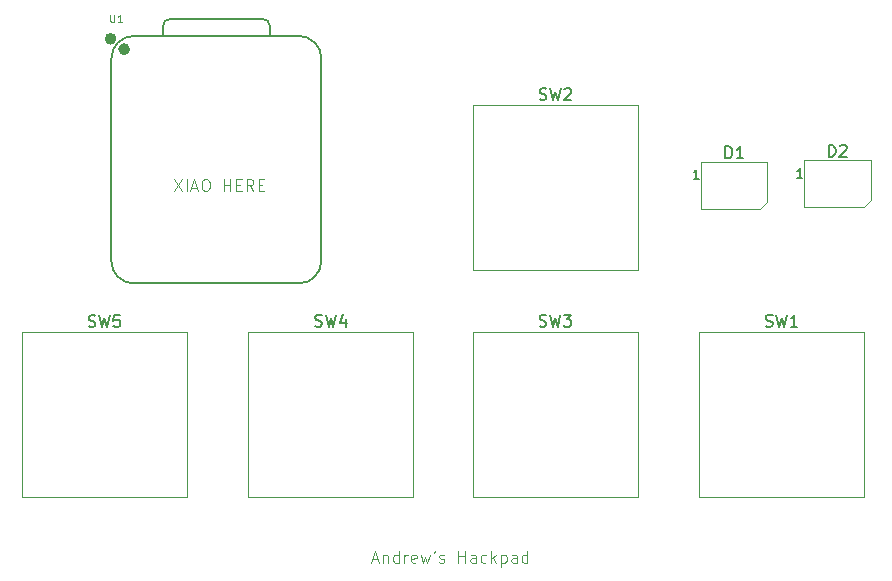
<source format=gbr>
%TF.GenerationSoftware,KiCad,Pcbnew,9.0.2*%
%TF.CreationDate,2025-06-20T17:03:44-04:00*%
%TF.ProjectId,HackPad,4861636b-5061-4642-9e6b-696361645f70,rev?*%
%TF.SameCoordinates,Original*%
%TF.FileFunction,Legend,Top*%
%TF.FilePolarity,Positive*%
%FSLAX46Y46*%
G04 Gerber Fmt 4.6, Leading zero omitted, Abs format (unit mm)*
G04 Created by KiCad (PCBNEW 9.0.2) date 2025-06-20 17:03:44*
%MOMM*%
%LPD*%
G01*
G04 APERTURE LIST*
%ADD10C,0.100000*%
%ADD11C,0.150000*%
%ADD12C,0.101600*%
%ADD13C,0.120000*%
%ADD14C,0.127000*%
%ADD15C,0.504000*%
G04 APERTURE END LIST*
D10*
X205183646Y-81172419D02*
X205850312Y-82172419D01*
X205850312Y-81172419D02*
X205183646Y-82172419D01*
X206231265Y-82172419D02*
X206231265Y-81172419D01*
X206659836Y-81886704D02*
X207136026Y-81886704D01*
X206564598Y-82172419D02*
X206897931Y-81172419D01*
X206897931Y-81172419D02*
X207231264Y-82172419D01*
X207755074Y-81172419D02*
X207945550Y-81172419D01*
X207945550Y-81172419D02*
X208040788Y-81220038D01*
X208040788Y-81220038D02*
X208136026Y-81315276D01*
X208136026Y-81315276D02*
X208183645Y-81505752D01*
X208183645Y-81505752D02*
X208183645Y-81839085D01*
X208183645Y-81839085D02*
X208136026Y-82029561D01*
X208136026Y-82029561D02*
X208040788Y-82124800D01*
X208040788Y-82124800D02*
X207945550Y-82172419D01*
X207945550Y-82172419D02*
X207755074Y-82172419D01*
X207755074Y-82172419D02*
X207659836Y-82124800D01*
X207659836Y-82124800D02*
X207564598Y-82029561D01*
X207564598Y-82029561D02*
X207516979Y-81839085D01*
X207516979Y-81839085D02*
X207516979Y-81505752D01*
X207516979Y-81505752D02*
X207564598Y-81315276D01*
X207564598Y-81315276D02*
X207659836Y-81220038D01*
X207659836Y-81220038D02*
X207755074Y-81172419D01*
X209374122Y-82172419D02*
X209374122Y-81172419D01*
X209374122Y-81648609D02*
X209945550Y-81648609D01*
X209945550Y-82172419D02*
X209945550Y-81172419D01*
X210421741Y-81648609D02*
X210755074Y-81648609D01*
X210897931Y-82172419D02*
X210421741Y-82172419D01*
X210421741Y-82172419D02*
X210421741Y-81172419D01*
X210421741Y-81172419D02*
X210897931Y-81172419D01*
X211897931Y-82172419D02*
X211564598Y-81696228D01*
X211326503Y-82172419D02*
X211326503Y-81172419D01*
X211326503Y-81172419D02*
X211707455Y-81172419D01*
X211707455Y-81172419D02*
X211802693Y-81220038D01*
X211802693Y-81220038D02*
X211850312Y-81267657D01*
X211850312Y-81267657D02*
X211897931Y-81362895D01*
X211897931Y-81362895D02*
X211897931Y-81505752D01*
X211897931Y-81505752D02*
X211850312Y-81600990D01*
X211850312Y-81600990D02*
X211802693Y-81648609D01*
X211802693Y-81648609D02*
X211707455Y-81696228D01*
X211707455Y-81696228D02*
X211326503Y-81696228D01*
X212326503Y-81648609D02*
X212659836Y-81648609D01*
X212802693Y-82172419D02*
X212326503Y-82172419D01*
X212326503Y-82172419D02*
X212326503Y-81172419D01*
X212326503Y-81172419D02*
X212802693Y-81172419D01*
X221956265Y-113361704D02*
X222432455Y-113361704D01*
X221861027Y-113647419D02*
X222194360Y-112647419D01*
X222194360Y-112647419D02*
X222527693Y-113647419D01*
X222861027Y-112980752D02*
X222861027Y-113647419D01*
X222861027Y-113075990D02*
X222908646Y-113028371D01*
X222908646Y-113028371D02*
X223003884Y-112980752D01*
X223003884Y-112980752D02*
X223146741Y-112980752D01*
X223146741Y-112980752D02*
X223241979Y-113028371D01*
X223241979Y-113028371D02*
X223289598Y-113123609D01*
X223289598Y-113123609D02*
X223289598Y-113647419D01*
X224194360Y-113647419D02*
X224194360Y-112647419D01*
X224194360Y-113599800D02*
X224099122Y-113647419D01*
X224099122Y-113647419D02*
X223908646Y-113647419D01*
X223908646Y-113647419D02*
X223813408Y-113599800D01*
X223813408Y-113599800D02*
X223765789Y-113552180D01*
X223765789Y-113552180D02*
X223718170Y-113456942D01*
X223718170Y-113456942D02*
X223718170Y-113171228D01*
X223718170Y-113171228D02*
X223765789Y-113075990D01*
X223765789Y-113075990D02*
X223813408Y-113028371D01*
X223813408Y-113028371D02*
X223908646Y-112980752D01*
X223908646Y-112980752D02*
X224099122Y-112980752D01*
X224099122Y-112980752D02*
X224194360Y-113028371D01*
X224670551Y-113647419D02*
X224670551Y-112980752D01*
X224670551Y-113171228D02*
X224718170Y-113075990D01*
X224718170Y-113075990D02*
X224765789Y-113028371D01*
X224765789Y-113028371D02*
X224861027Y-112980752D01*
X224861027Y-112980752D02*
X224956265Y-112980752D01*
X225670551Y-113599800D02*
X225575313Y-113647419D01*
X225575313Y-113647419D02*
X225384837Y-113647419D01*
X225384837Y-113647419D02*
X225289599Y-113599800D01*
X225289599Y-113599800D02*
X225241980Y-113504561D01*
X225241980Y-113504561D02*
X225241980Y-113123609D01*
X225241980Y-113123609D02*
X225289599Y-113028371D01*
X225289599Y-113028371D02*
X225384837Y-112980752D01*
X225384837Y-112980752D02*
X225575313Y-112980752D01*
X225575313Y-112980752D02*
X225670551Y-113028371D01*
X225670551Y-113028371D02*
X225718170Y-113123609D01*
X225718170Y-113123609D02*
X225718170Y-113218847D01*
X225718170Y-113218847D02*
X225241980Y-113314085D01*
X226051504Y-112980752D02*
X226241980Y-113647419D01*
X226241980Y-113647419D02*
X226432456Y-113171228D01*
X226432456Y-113171228D02*
X226622932Y-113647419D01*
X226622932Y-113647419D02*
X226813408Y-112980752D01*
X227241980Y-112647419D02*
X227146742Y-112837895D01*
X227622932Y-113599800D02*
X227718170Y-113647419D01*
X227718170Y-113647419D02*
X227908646Y-113647419D01*
X227908646Y-113647419D02*
X228003884Y-113599800D01*
X228003884Y-113599800D02*
X228051503Y-113504561D01*
X228051503Y-113504561D02*
X228051503Y-113456942D01*
X228051503Y-113456942D02*
X228003884Y-113361704D01*
X228003884Y-113361704D02*
X227908646Y-113314085D01*
X227908646Y-113314085D02*
X227765789Y-113314085D01*
X227765789Y-113314085D02*
X227670551Y-113266466D01*
X227670551Y-113266466D02*
X227622932Y-113171228D01*
X227622932Y-113171228D02*
X227622932Y-113123609D01*
X227622932Y-113123609D02*
X227670551Y-113028371D01*
X227670551Y-113028371D02*
X227765789Y-112980752D01*
X227765789Y-112980752D02*
X227908646Y-112980752D01*
X227908646Y-112980752D02*
X228003884Y-113028371D01*
X229241980Y-113647419D02*
X229241980Y-112647419D01*
X229241980Y-113123609D02*
X229813408Y-113123609D01*
X229813408Y-113647419D02*
X229813408Y-112647419D01*
X230718170Y-113647419D02*
X230718170Y-113123609D01*
X230718170Y-113123609D02*
X230670551Y-113028371D01*
X230670551Y-113028371D02*
X230575313Y-112980752D01*
X230575313Y-112980752D02*
X230384837Y-112980752D01*
X230384837Y-112980752D02*
X230289599Y-113028371D01*
X230718170Y-113599800D02*
X230622932Y-113647419D01*
X230622932Y-113647419D02*
X230384837Y-113647419D01*
X230384837Y-113647419D02*
X230289599Y-113599800D01*
X230289599Y-113599800D02*
X230241980Y-113504561D01*
X230241980Y-113504561D02*
X230241980Y-113409323D01*
X230241980Y-113409323D02*
X230289599Y-113314085D01*
X230289599Y-113314085D02*
X230384837Y-113266466D01*
X230384837Y-113266466D02*
X230622932Y-113266466D01*
X230622932Y-113266466D02*
X230718170Y-113218847D01*
X231622932Y-113599800D02*
X231527694Y-113647419D01*
X231527694Y-113647419D02*
X231337218Y-113647419D01*
X231337218Y-113647419D02*
X231241980Y-113599800D01*
X231241980Y-113599800D02*
X231194361Y-113552180D01*
X231194361Y-113552180D02*
X231146742Y-113456942D01*
X231146742Y-113456942D02*
X231146742Y-113171228D01*
X231146742Y-113171228D02*
X231194361Y-113075990D01*
X231194361Y-113075990D02*
X231241980Y-113028371D01*
X231241980Y-113028371D02*
X231337218Y-112980752D01*
X231337218Y-112980752D02*
X231527694Y-112980752D01*
X231527694Y-112980752D02*
X231622932Y-113028371D01*
X232051504Y-113647419D02*
X232051504Y-112647419D01*
X232146742Y-113266466D02*
X232432456Y-113647419D01*
X232432456Y-112980752D02*
X232051504Y-113361704D01*
X232861028Y-112980752D02*
X232861028Y-113980752D01*
X232861028Y-113028371D02*
X232956266Y-112980752D01*
X232956266Y-112980752D02*
X233146742Y-112980752D01*
X233146742Y-112980752D02*
X233241980Y-113028371D01*
X233241980Y-113028371D02*
X233289599Y-113075990D01*
X233289599Y-113075990D02*
X233337218Y-113171228D01*
X233337218Y-113171228D02*
X233337218Y-113456942D01*
X233337218Y-113456942D02*
X233289599Y-113552180D01*
X233289599Y-113552180D02*
X233241980Y-113599800D01*
X233241980Y-113599800D02*
X233146742Y-113647419D01*
X233146742Y-113647419D02*
X232956266Y-113647419D01*
X232956266Y-113647419D02*
X232861028Y-113599800D01*
X234194361Y-113647419D02*
X234194361Y-113123609D01*
X234194361Y-113123609D02*
X234146742Y-113028371D01*
X234146742Y-113028371D02*
X234051504Y-112980752D01*
X234051504Y-112980752D02*
X233861028Y-112980752D01*
X233861028Y-112980752D02*
X233765790Y-113028371D01*
X234194361Y-113599800D02*
X234099123Y-113647419D01*
X234099123Y-113647419D02*
X233861028Y-113647419D01*
X233861028Y-113647419D02*
X233765790Y-113599800D01*
X233765790Y-113599800D02*
X233718171Y-113504561D01*
X233718171Y-113504561D02*
X233718171Y-113409323D01*
X233718171Y-113409323D02*
X233765790Y-113314085D01*
X233765790Y-113314085D02*
X233861028Y-113266466D01*
X233861028Y-113266466D02*
X234099123Y-113266466D01*
X234099123Y-113266466D02*
X234194361Y-113218847D01*
X235099123Y-113647419D02*
X235099123Y-112647419D01*
X235099123Y-113599800D02*
X235003885Y-113647419D01*
X235003885Y-113647419D02*
X234813409Y-113647419D01*
X234813409Y-113647419D02*
X234718171Y-113599800D01*
X234718171Y-113599800D02*
X234670552Y-113552180D01*
X234670552Y-113552180D02*
X234622933Y-113456942D01*
X234622933Y-113456942D02*
X234622933Y-113171228D01*
X234622933Y-113171228D02*
X234670552Y-113075990D01*
X234670552Y-113075990D02*
X234718171Y-113028371D01*
X234718171Y-113028371D02*
X234813409Y-112980752D01*
X234813409Y-112980752D02*
X235003885Y-112980752D01*
X235003885Y-112980752D02*
X235099123Y-113028371D01*
D11*
X236126667Y-93613200D02*
X236269524Y-93660819D01*
X236269524Y-93660819D02*
X236507619Y-93660819D01*
X236507619Y-93660819D02*
X236602857Y-93613200D01*
X236602857Y-93613200D02*
X236650476Y-93565580D01*
X236650476Y-93565580D02*
X236698095Y-93470342D01*
X236698095Y-93470342D02*
X236698095Y-93375104D01*
X236698095Y-93375104D02*
X236650476Y-93279866D01*
X236650476Y-93279866D02*
X236602857Y-93232247D01*
X236602857Y-93232247D02*
X236507619Y-93184628D01*
X236507619Y-93184628D02*
X236317143Y-93137009D01*
X236317143Y-93137009D02*
X236221905Y-93089390D01*
X236221905Y-93089390D02*
X236174286Y-93041771D01*
X236174286Y-93041771D02*
X236126667Y-92946533D01*
X236126667Y-92946533D02*
X236126667Y-92851295D01*
X236126667Y-92851295D02*
X236174286Y-92756057D01*
X236174286Y-92756057D02*
X236221905Y-92708438D01*
X236221905Y-92708438D02*
X236317143Y-92660819D01*
X236317143Y-92660819D02*
X236555238Y-92660819D01*
X236555238Y-92660819D02*
X236698095Y-92708438D01*
X237031429Y-92660819D02*
X237269524Y-93660819D01*
X237269524Y-93660819D02*
X237460000Y-92946533D01*
X237460000Y-92946533D02*
X237650476Y-93660819D01*
X237650476Y-93660819D02*
X237888572Y-92660819D01*
X238174286Y-92660819D02*
X238793333Y-92660819D01*
X238793333Y-92660819D02*
X238460000Y-93041771D01*
X238460000Y-93041771D02*
X238602857Y-93041771D01*
X238602857Y-93041771D02*
X238698095Y-93089390D01*
X238698095Y-93089390D02*
X238745714Y-93137009D01*
X238745714Y-93137009D02*
X238793333Y-93232247D01*
X238793333Y-93232247D02*
X238793333Y-93470342D01*
X238793333Y-93470342D02*
X238745714Y-93565580D01*
X238745714Y-93565580D02*
X238698095Y-93613200D01*
X238698095Y-93613200D02*
X238602857Y-93660819D01*
X238602857Y-93660819D02*
X238317143Y-93660819D01*
X238317143Y-93660819D02*
X238221905Y-93613200D01*
X238221905Y-93613200D02*
X238174286Y-93565580D01*
X217126667Y-93613200D02*
X217269524Y-93660819D01*
X217269524Y-93660819D02*
X217507619Y-93660819D01*
X217507619Y-93660819D02*
X217602857Y-93613200D01*
X217602857Y-93613200D02*
X217650476Y-93565580D01*
X217650476Y-93565580D02*
X217698095Y-93470342D01*
X217698095Y-93470342D02*
X217698095Y-93375104D01*
X217698095Y-93375104D02*
X217650476Y-93279866D01*
X217650476Y-93279866D02*
X217602857Y-93232247D01*
X217602857Y-93232247D02*
X217507619Y-93184628D01*
X217507619Y-93184628D02*
X217317143Y-93137009D01*
X217317143Y-93137009D02*
X217221905Y-93089390D01*
X217221905Y-93089390D02*
X217174286Y-93041771D01*
X217174286Y-93041771D02*
X217126667Y-92946533D01*
X217126667Y-92946533D02*
X217126667Y-92851295D01*
X217126667Y-92851295D02*
X217174286Y-92756057D01*
X217174286Y-92756057D02*
X217221905Y-92708438D01*
X217221905Y-92708438D02*
X217317143Y-92660819D01*
X217317143Y-92660819D02*
X217555238Y-92660819D01*
X217555238Y-92660819D02*
X217698095Y-92708438D01*
X218031429Y-92660819D02*
X218269524Y-93660819D01*
X218269524Y-93660819D02*
X218460000Y-92946533D01*
X218460000Y-92946533D02*
X218650476Y-93660819D01*
X218650476Y-93660819D02*
X218888572Y-92660819D01*
X219698095Y-92994152D02*
X219698095Y-93660819D01*
X219460000Y-92613200D02*
X219221905Y-93327485D01*
X219221905Y-93327485D02*
X219840952Y-93327485D01*
D12*
X199771190Y-67248479D02*
X199771190Y-67762526D01*
X199771190Y-67762526D02*
X199801428Y-67823002D01*
X199801428Y-67823002D02*
X199831666Y-67853241D01*
X199831666Y-67853241D02*
X199892142Y-67883479D01*
X199892142Y-67883479D02*
X200013095Y-67883479D01*
X200013095Y-67883479D02*
X200073571Y-67853241D01*
X200073571Y-67853241D02*
X200103809Y-67823002D01*
X200103809Y-67823002D02*
X200134047Y-67762526D01*
X200134047Y-67762526D02*
X200134047Y-67248479D01*
X200769047Y-67883479D02*
X200406190Y-67883479D01*
X200587618Y-67883479D02*
X200587618Y-67248479D01*
X200587618Y-67248479D02*
X200527142Y-67339193D01*
X200527142Y-67339193D02*
X200466666Y-67399669D01*
X200466666Y-67399669D02*
X200406190Y-67429907D01*
D11*
X236136667Y-74433200D02*
X236279524Y-74480819D01*
X236279524Y-74480819D02*
X236517619Y-74480819D01*
X236517619Y-74480819D02*
X236612857Y-74433200D01*
X236612857Y-74433200D02*
X236660476Y-74385580D01*
X236660476Y-74385580D02*
X236708095Y-74290342D01*
X236708095Y-74290342D02*
X236708095Y-74195104D01*
X236708095Y-74195104D02*
X236660476Y-74099866D01*
X236660476Y-74099866D02*
X236612857Y-74052247D01*
X236612857Y-74052247D02*
X236517619Y-74004628D01*
X236517619Y-74004628D02*
X236327143Y-73957009D01*
X236327143Y-73957009D02*
X236231905Y-73909390D01*
X236231905Y-73909390D02*
X236184286Y-73861771D01*
X236184286Y-73861771D02*
X236136667Y-73766533D01*
X236136667Y-73766533D02*
X236136667Y-73671295D01*
X236136667Y-73671295D02*
X236184286Y-73576057D01*
X236184286Y-73576057D02*
X236231905Y-73528438D01*
X236231905Y-73528438D02*
X236327143Y-73480819D01*
X236327143Y-73480819D02*
X236565238Y-73480819D01*
X236565238Y-73480819D02*
X236708095Y-73528438D01*
X237041429Y-73480819D02*
X237279524Y-74480819D01*
X237279524Y-74480819D02*
X237470000Y-73766533D01*
X237470000Y-73766533D02*
X237660476Y-74480819D01*
X237660476Y-74480819D02*
X237898572Y-73480819D01*
X238231905Y-73576057D02*
X238279524Y-73528438D01*
X238279524Y-73528438D02*
X238374762Y-73480819D01*
X238374762Y-73480819D02*
X238612857Y-73480819D01*
X238612857Y-73480819D02*
X238708095Y-73528438D01*
X238708095Y-73528438D02*
X238755714Y-73576057D01*
X238755714Y-73576057D02*
X238803333Y-73671295D01*
X238803333Y-73671295D02*
X238803333Y-73766533D01*
X238803333Y-73766533D02*
X238755714Y-73909390D01*
X238755714Y-73909390D02*
X238184286Y-74480819D01*
X238184286Y-74480819D02*
X238803333Y-74480819D01*
X197951667Y-93638200D02*
X198094524Y-93685819D01*
X198094524Y-93685819D02*
X198332619Y-93685819D01*
X198332619Y-93685819D02*
X198427857Y-93638200D01*
X198427857Y-93638200D02*
X198475476Y-93590580D01*
X198475476Y-93590580D02*
X198523095Y-93495342D01*
X198523095Y-93495342D02*
X198523095Y-93400104D01*
X198523095Y-93400104D02*
X198475476Y-93304866D01*
X198475476Y-93304866D02*
X198427857Y-93257247D01*
X198427857Y-93257247D02*
X198332619Y-93209628D01*
X198332619Y-93209628D02*
X198142143Y-93162009D01*
X198142143Y-93162009D02*
X198046905Y-93114390D01*
X198046905Y-93114390D02*
X197999286Y-93066771D01*
X197999286Y-93066771D02*
X197951667Y-92971533D01*
X197951667Y-92971533D02*
X197951667Y-92876295D01*
X197951667Y-92876295D02*
X197999286Y-92781057D01*
X197999286Y-92781057D02*
X198046905Y-92733438D01*
X198046905Y-92733438D02*
X198142143Y-92685819D01*
X198142143Y-92685819D02*
X198380238Y-92685819D01*
X198380238Y-92685819D02*
X198523095Y-92733438D01*
X198856429Y-92685819D02*
X199094524Y-93685819D01*
X199094524Y-93685819D02*
X199285000Y-92971533D01*
X199285000Y-92971533D02*
X199475476Y-93685819D01*
X199475476Y-93685819D02*
X199713572Y-92685819D01*
X200570714Y-92685819D02*
X200094524Y-92685819D01*
X200094524Y-92685819D02*
X200046905Y-93162009D01*
X200046905Y-93162009D02*
X200094524Y-93114390D01*
X200094524Y-93114390D02*
X200189762Y-93066771D01*
X200189762Y-93066771D02*
X200427857Y-93066771D01*
X200427857Y-93066771D02*
X200523095Y-93114390D01*
X200523095Y-93114390D02*
X200570714Y-93162009D01*
X200570714Y-93162009D02*
X200618333Y-93257247D01*
X200618333Y-93257247D02*
X200618333Y-93495342D01*
X200618333Y-93495342D02*
X200570714Y-93590580D01*
X200570714Y-93590580D02*
X200523095Y-93638200D01*
X200523095Y-93638200D02*
X200427857Y-93685819D01*
X200427857Y-93685819D02*
X200189762Y-93685819D01*
X200189762Y-93685819D02*
X200094524Y-93638200D01*
X200094524Y-93638200D02*
X200046905Y-93590580D01*
X255276667Y-93623200D02*
X255419524Y-93670819D01*
X255419524Y-93670819D02*
X255657619Y-93670819D01*
X255657619Y-93670819D02*
X255752857Y-93623200D01*
X255752857Y-93623200D02*
X255800476Y-93575580D01*
X255800476Y-93575580D02*
X255848095Y-93480342D01*
X255848095Y-93480342D02*
X255848095Y-93385104D01*
X255848095Y-93385104D02*
X255800476Y-93289866D01*
X255800476Y-93289866D02*
X255752857Y-93242247D01*
X255752857Y-93242247D02*
X255657619Y-93194628D01*
X255657619Y-93194628D02*
X255467143Y-93147009D01*
X255467143Y-93147009D02*
X255371905Y-93099390D01*
X255371905Y-93099390D02*
X255324286Y-93051771D01*
X255324286Y-93051771D02*
X255276667Y-92956533D01*
X255276667Y-92956533D02*
X255276667Y-92861295D01*
X255276667Y-92861295D02*
X255324286Y-92766057D01*
X255324286Y-92766057D02*
X255371905Y-92718438D01*
X255371905Y-92718438D02*
X255467143Y-92670819D01*
X255467143Y-92670819D02*
X255705238Y-92670819D01*
X255705238Y-92670819D02*
X255848095Y-92718438D01*
X256181429Y-92670819D02*
X256419524Y-93670819D01*
X256419524Y-93670819D02*
X256610000Y-92956533D01*
X256610000Y-92956533D02*
X256800476Y-93670819D01*
X256800476Y-93670819D02*
X257038572Y-92670819D01*
X257943333Y-93670819D02*
X257371905Y-93670819D01*
X257657619Y-93670819D02*
X257657619Y-92670819D01*
X257657619Y-92670819D02*
X257562381Y-92813676D01*
X257562381Y-92813676D02*
X257467143Y-92908914D01*
X257467143Y-92908914D02*
X257371905Y-92956533D01*
X251861905Y-79404819D02*
X251861905Y-78404819D01*
X251861905Y-78404819D02*
X252100000Y-78404819D01*
X252100000Y-78404819D02*
X252242857Y-78452438D01*
X252242857Y-78452438D02*
X252338095Y-78547676D01*
X252338095Y-78547676D02*
X252385714Y-78642914D01*
X252385714Y-78642914D02*
X252433333Y-78833390D01*
X252433333Y-78833390D02*
X252433333Y-78976247D01*
X252433333Y-78976247D02*
X252385714Y-79166723D01*
X252385714Y-79166723D02*
X252338095Y-79261961D01*
X252338095Y-79261961D02*
X252242857Y-79357200D01*
X252242857Y-79357200D02*
X252100000Y-79404819D01*
X252100000Y-79404819D02*
X251861905Y-79404819D01*
X253385714Y-79404819D02*
X252814286Y-79404819D01*
X253100000Y-79404819D02*
X253100000Y-78404819D01*
X253100000Y-78404819D02*
X253004762Y-78547676D01*
X253004762Y-78547676D02*
X252909524Y-78642914D01*
X252909524Y-78642914D02*
X252814286Y-78690533D01*
X249628571Y-81187295D02*
X249171428Y-81187295D01*
X249400000Y-81187295D02*
X249400000Y-80387295D01*
X249400000Y-80387295D02*
X249323809Y-80501580D01*
X249323809Y-80501580D02*
X249247619Y-80577771D01*
X249247619Y-80577771D02*
X249171428Y-80615866D01*
X260611905Y-79279819D02*
X260611905Y-78279819D01*
X260611905Y-78279819D02*
X260850000Y-78279819D01*
X260850000Y-78279819D02*
X260992857Y-78327438D01*
X260992857Y-78327438D02*
X261088095Y-78422676D01*
X261088095Y-78422676D02*
X261135714Y-78517914D01*
X261135714Y-78517914D02*
X261183333Y-78708390D01*
X261183333Y-78708390D02*
X261183333Y-78851247D01*
X261183333Y-78851247D02*
X261135714Y-79041723D01*
X261135714Y-79041723D02*
X261088095Y-79136961D01*
X261088095Y-79136961D02*
X260992857Y-79232200D01*
X260992857Y-79232200D02*
X260850000Y-79279819D01*
X260850000Y-79279819D02*
X260611905Y-79279819D01*
X261564286Y-78375057D02*
X261611905Y-78327438D01*
X261611905Y-78327438D02*
X261707143Y-78279819D01*
X261707143Y-78279819D02*
X261945238Y-78279819D01*
X261945238Y-78279819D02*
X262040476Y-78327438D01*
X262040476Y-78327438D02*
X262088095Y-78375057D01*
X262088095Y-78375057D02*
X262135714Y-78470295D01*
X262135714Y-78470295D02*
X262135714Y-78565533D01*
X262135714Y-78565533D02*
X262088095Y-78708390D01*
X262088095Y-78708390D02*
X261516667Y-79279819D01*
X261516667Y-79279819D02*
X262135714Y-79279819D01*
X258378571Y-81062295D02*
X257921428Y-81062295D01*
X258150000Y-81062295D02*
X258150000Y-80262295D01*
X258150000Y-80262295D02*
X258073809Y-80376580D01*
X258073809Y-80376580D02*
X257997619Y-80452771D01*
X257997619Y-80452771D02*
X257921428Y-80490866D01*
D13*
%TO.C,SW3*%
X230475000Y-94095000D02*
X244445000Y-94095000D01*
X230475000Y-108065000D02*
X230475000Y-94095000D01*
X244445000Y-94095000D02*
X244445000Y-108065000D01*
X244445000Y-108065000D02*
X230475000Y-108065000D01*
%TO.C,SW4*%
X211475000Y-94095000D02*
X225445000Y-94095000D01*
X211475000Y-108065000D02*
X211475000Y-94095000D01*
X225445000Y-94095000D02*
X225445000Y-108065000D01*
X225445000Y-108065000D02*
X211475000Y-108065000D01*
D14*
%TO.C,U1*%
X199865000Y-88104000D02*
X199865000Y-70959000D01*
X201770000Y-90009000D02*
X215740000Y-90009000D01*
X204260000Y-69054000D02*
X204263728Y-68143728D01*
X204763728Y-67644000D02*
X212759000Y-67644000D01*
X213259000Y-68144000D02*
X213259000Y-69054000D01*
D10*
X215740000Y-69054000D02*
X201770000Y-69054000D01*
D14*
X215740000Y-69054000D02*
X201770000Y-69054000D01*
X217645000Y-88104000D02*
X217645000Y-70959000D01*
X199865000Y-70959000D02*
G75*
G02*
X201770000Y-69054000I1905001J-1D01*
G01*
X201770000Y-90009000D02*
G75*
G02*
X199865000Y-88104000I1J1905001D01*
G01*
X204263728Y-68143728D02*
G75*
G02*
X204763728Y-67644001I500018J-291D01*
G01*
X212759000Y-67644000D02*
G75*
G02*
X213259000Y-68144000I0J-500000D01*
G01*
X215740000Y-69054000D02*
G75*
G02*
X217645000Y-70959000I0J-1905000D01*
G01*
X217645000Y-88104000D02*
G75*
G02*
X215740000Y-90009000I-1905000J0D01*
G01*
D15*
X200057000Y-69295000D02*
G75*
G02*
X199553000Y-69295000I-252000J0D01*
G01*
X199553000Y-69295000D02*
G75*
G02*
X200057000Y-69295000I252000J0D01*
G01*
X201200000Y-70175000D02*
G75*
G02*
X200696000Y-70175000I-252000J0D01*
G01*
X200696000Y-70175000D02*
G75*
G02*
X201200000Y-70175000I252000J0D01*
G01*
D13*
%TO.C,SW2*%
X230485000Y-74915000D02*
X244455000Y-74915000D01*
X230485000Y-88885000D02*
X230485000Y-74915000D01*
X244455000Y-74915000D02*
X244455000Y-88885000D01*
X244455000Y-88885000D02*
X230485000Y-88885000D01*
%TO.C,SW5*%
X192300000Y-94120000D02*
X206270000Y-94120000D01*
X192300000Y-108090000D02*
X192300000Y-94120000D01*
X206270000Y-94120000D02*
X206270000Y-108090000D01*
X206270000Y-108090000D02*
X192300000Y-108090000D01*
%TO.C,SW1*%
X249625000Y-94105000D02*
X263595000Y-94105000D01*
X249625000Y-108075000D02*
X249625000Y-94105000D01*
X263595000Y-94105000D02*
X263595000Y-108075000D01*
X263595000Y-108075000D02*
X249625000Y-108075000D01*
%TO.C,D1*%
X249800000Y-79700000D02*
X249800000Y-83700000D01*
X249800000Y-79700000D02*
X255400000Y-79700000D01*
X249800000Y-83700000D02*
X254800000Y-83700000D01*
X255400000Y-83100000D02*
X254800000Y-83700000D01*
X255400000Y-83100000D02*
X255400000Y-79700000D01*
%TO.C,D2*%
X258550000Y-79575000D02*
X258550000Y-83575000D01*
X258550000Y-79575000D02*
X264150000Y-79575000D01*
X258550000Y-83575000D02*
X263550000Y-83575000D01*
X264150000Y-82975000D02*
X263550000Y-83575000D01*
X264150000Y-82975000D02*
X264150000Y-79575000D01*
%TD*%
M02*

</source>
